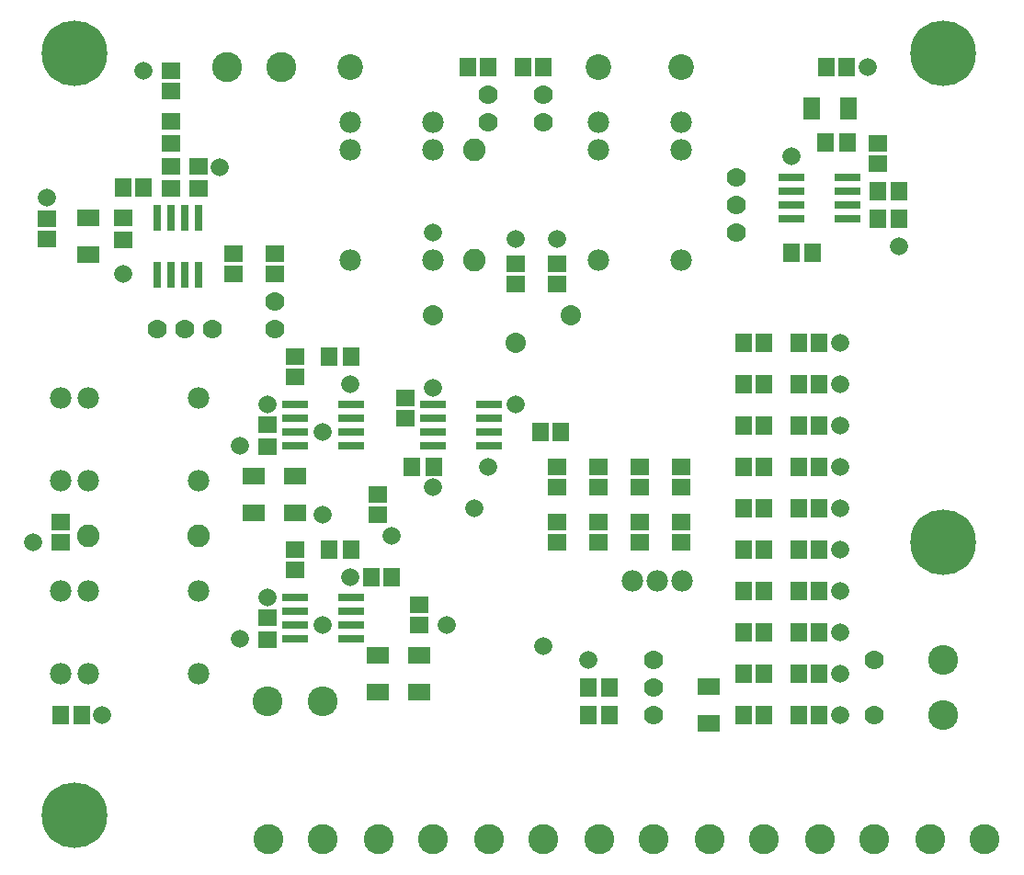
<source format=gbr>
G75*
%MOIN*%
%OFA0B0*%
%FSLAX25Y25*%
%IPPOS*%
%LPD*%
%AMOC8*
5,1,8,0,0,1.08239X$1,22.5*
%
%ADD10C,0.09300*%
%ADD11R,0.05918X0.07099*%
%ADD12C,0.10800*%
%ADD13R,0.07099X0.05918*%
%ADD14C,0.07000*%
%ADD15C,0.08200*%
%ADD16R,0.07887X0.06312*%
%ADD17R,0.06312X0.07887*%
%ADD18R,0.09461X0.03162*%
%ADD19R,0.03162X0.09461*%
%ADD20C,0.07800*%
%ADD21R,0.06706X0.05918*%
%ADD22R,0.05918X0.06706*%
%ADD23C,0.07343*%
%ADD24C,0.10879*%
%ADD25C,0.23800*%
%ADD26C,0.06556*%
D10*
X0132200Y0358333D03*
X0222200Y0358333D03*
X0252200Y0358333D03*
D11*
X0304513Y0330833D03*
X0312387Y0330833D03*
X0323263Y0313333D03*
X0331137Y0313333D03*
X0331137Y0303333D03*
X0323263Y0303333D03*
X0162387Y0213333D03*
X0154513Y0213333D03*
X0132387Y0183333D03*
X0124513Y0183333D03*
X0124513Y0253333D03*
X0132387Y0253333D03*
D12*
X0122200Y0128333D03*
X0102200Y0128333D03*
X0347200Y0123333D03*
X0347200Y0143333D03*
D13*
X0102200Y0150646D03*
X0102200Y0158520D03*
X0102200Y0220646D03*
X0102200Y0228520D03*
X0049700Y0295646D03*
X0049700Y0303520D03*
X0067200Y0314396D03*
X0067200Y0322270D03*
X0077200Y0322270D03*
X0077200Y0314396D03*
X0067200Y0330646D03*
X0067200Y0338520D03*
D14*
X0104700Y0273333D03*
X0104700Y0263333D03*
X0082200Y0263333D03*
X0072200Y0263333D03*
X0062200Y0263333D03*
X0182200Y0338333D03*
X0182200Y0348333D03*
X0202200Y0348333D03*
X0202200Y0338333D03*
X0272200Y0318333D03*
X0272200Y0308333D03*
X0272200Y0298333D03*
X0242200Y0143333D03*
X0242200Y0133333D03*
X0242200Y0123333D03*
X0322200Y0123333D03*
X0322200Y0143333D03*
D15*
X0177200Y0288333D03*
X0177200Y0328333D03*
X0077200Y0188333D03*
X0037200Y0188333D03*
D16*
X0097200Y0196640D03*
X0097200Y0210026D03*
X0112200Y0210026D03*
X0112200Y0196640D03*
X0142200Y0145026D03*
X0142200Y0131640D03*
X0157200Y0131640D03*
X0157200Y0145026D03*
X0262200Y0133776D03*
X0262200Y0120390D03*
X0037200Y0290390D03*
X0037200Y0303776D03*
D17*
X0299257Y0343333D03*
X0312643Y0343333D03*
D18*
X0312436Y0318333D03*
X0312436Y0313333D03*
X0312436Y0308333D03*
X0312436Y0303333D03*
X0291964Y0303333D03*
X0291964Y0308333D03*
X0291964Y0313333D03*
X0291964Y0318333D03*
X0182436Y0235833D03*
X0182436Y0230833D03*
X0182436Y0225833D03*
X0182436Y0220833D03*
X0161964Y0220833D03*
X0161964Y0225833D03*
X0161964Y0230833D03*
X0161964Y0235833D03*
X0132436Y0235833D03*
X0132436Y0230833D03*
X0132436Y0225833D03*
X0132436Y0220833D03*
X0111964Y0220833D03*
X0111964Y0225833D03*
X0111964Y0230833D03*
X0111964Y0235833D03*
X0111964Y0165833D03*
X0111964Y0160833D03*
X0111964Y0155833D03*
X0111964Y0150833D03*
X0132436Y0150833D03*
X0132436Y0155833D03*
X0132436Y0160833D03*
X0132436Y0165833D03*
D19*
X0077200Y0283097D03*
X0072200Y0283097D03*
X0067200Y0283097D03*
X0062200Y0283097D03*
X0062200Y0303570D03*
X0067200Y0303570D03*
X0072200Y0303570D03*
X0077200Y0303570D03*
D20*
X0132200Y0288333D03*
X0162200Y0288333D03*
X0162200Y0328333D03*
X0162200Y0338333D03*
X0132200Y0338333D03*
X0132200Y0328333D03*
X0222200Y0328333D03*
X0222200Y0338333D03*
X0252200Y0338333D03*
X0252200Y0328333D03*
X0252200Y0288333D03*
X0222200Y0288333D03*
X0234450Y0172083D03*
X0243450Y0172083D03*
X0252450Y0172083D03*
X0077200Y0168333D03*
X0077200Y0138333D03*
X0037200Y0138333D03*
X0027200Y0138333D03*
X0027200Y0168333D03*
X0037200Y0168333D03*
X0037200Y0208333D03*
X0027200Y0208333D03*
X0027200Y0238333D03*
X0037200Y0238333D03*
X0077200Y0238333D03*
X0077200Y0208333D03*
D21*
X0112200Y0183323D03*
X0112200Y0175843D03*
X0142200Y0195843D03*
X0142200Y0203323D03*
X0152200Y0230843D03*
X0152200Y0238323D03*
X0112200Y0245843D03*
X0112200Y0253323D03*
X0104700Y0283343D03*
X0104700Y0290823D03*
X0089700Y0290823D03*
X0089700Y0283343D03*
X0022200Y0295843D03*
X0022200Y0303323D03*
X0067200Y0349593D03*
X0067200Y0357073D03*
X0192200Y0287073D03*
X0192200Y0279593D03*
X0207200Y0279593D03*
X0207200Y0287073D03*
X0207200Y0213323D03*
X0207200Y0205843D03*
X0207200Y0193323D03*
X0207200Y0185843D03*
X0222200Y0185843D03*
X0222200Y0193323D03*
X0222200Y0205843D03*
X0222200Y0213323D03*
X0237200Y0213323D03*
X0237200Y0205843D03*
X0237200Y0193323D03*
X0237200Y0185843D03*
X0252200Y0185843D03*
X0252200Y0193323D03*
X0252200Y0205843D03*
X0252200Y0213323D03*
X0157200Y0163323D03*
X0157200Y0155843D03*
X0027200Y0185843D03*
X0027200Y0193323D03*
X0323450Y0323343D03*
X0323450Y0330823D03*
D22*
X0312190Y0358333D03*
X0304710Y0358333D03*
X0299690Y0290833D03*
X0292210Y0290833D03*
X0294710Y0258333D03*
X0302190Y0258333D03*
X0302190Y0243333D03*
X0294710Y0243333D03*
X0282190Y0243333D03*
X0274710Y0243333D03*
X0274710Y0228333D03*
X0282190Y0228333D03*
X0294710Y0228333D03*
X0302190Y0228333D03*
X0302190Y0213333D03*
X0294710Y0213333D03*
X0282190Y0213333D03*
X0274710Y0213333D03*
X0274710Y0198333D03*
X0282190Y0198333D03*
X0294710Y0198333D03*
X0302190Y0198333D03*
X0302190Y0183333D03*
X0294710Y0183333D03*
X0282190Y0183333D03*
X0274710Y0183333D03*
X0274710Y0168333D03*
X0282190Y0168333D03*
X0294710Y0168333D03*
X0302190Y0168333D03*
X0302190Y0153333D03*
X0294710Y0153333D03*
X0282190Y0153333D03*
X0274710Y0153333D03*
X0274710Y0138333D03*
X0282190Y0138333D03*
X0294710Y0138333D03*
X0302190Y0138333D03*
X0302190Y0123333D03*
X0294710Y0123333D03*
X0282190Y0123333D03*
X0274710Y0123333D03*
X0225940Y0123333D03*
X0218460Y0123333D03*
X0218460Y0133333D03*
X0225940Y0133333D03*
X0147190Y0173333D03*
X0139710Y0173333D03*
X0200960Y0225833D03*
X0208440Y0225833D03*
X0274710Y0258333D03*
X0282190Y0258333D03*
X0202190Y0358333D03*
X0194710Y0358333D03*
X0182190Y0358333D03*
X0174710Y0358333D03*
X0057190Y0314583D03*
X0049710Y0314583D03*
X0034690Y0123333D03*
X0027210Y0123333D03*
D23*
X0162200Y0268333D03*
X0192200Y0258333D03*
X0212200Y0268333D03*
D24*
X0107043Y0358333D03*
X0087357Y0358333D03*
X0102357Y0078333D03*
X0122043Y0078333D03*
X0142357Y0078333D03*
X0162043Y0078333D03*
X0182357Y0078333D03*
X0202043Y0078333D03*
X0222357Y0078333D03*
X0242043Y0078333D03*
X0262357Y0078333D03*
X0282043Y0078333D03*
X0302357Y0078333D03*
X0322043Y0078333D03*
X0342357Y0078333D03*
X0362043Y0078333D03*
D25*
X0032200Y0087083D03*
X0032200Y0363333D03*
X0347200Y0363333D03*
X0347200Y0185833D03*
D26*
X0309700Y0183333D03*
X0309700Y0168333D03*
X0309700Y0153333D03*
X0309700Y0138333D03*
X0309700Y0123333D03*
X0309700Y0198333D03*
X0309700Y0213333D03*
X0309700Y0228333D03*
X0309700Y0243333D03*
X0309700Y0258333D03*
X0330950Y0293333D03*
X0292200Y0325833D03*
X0319700Y0358333D03*
X0207200Y0295833D03*
X0192200Y0295833D03*
X0162200Y0298333D03*
X0162200Y0242083D03*
X0132200Y0243333D03*
X0122200Y0225833D03*
X0102200Y0235833D03*
X0092200Y0220833D03*
X0122200Y0195833D03*
X0132200Y0173333D03*
X0147200Y0188333D03*
X0162200Y0205833D03*
X0177200Y0198333D03*
X0182200Y0213333D03*
X0192200Y0235833D03*
X0167200Y0155833D03*
X0202200Y0148333D03*
X0218450Y0143333D03*
X0122200Y0155833D03*
X0102200Y0165833D03*
X0092200Y0150833D03*
X0042200Y0123333D03*
X0017200Y0185833D03*
X0049700Y0283333D03*
X0022200Y0310833D03*
X0057200Y0357083D03*
X0084700Y0322083D03*
M02*

</source>
